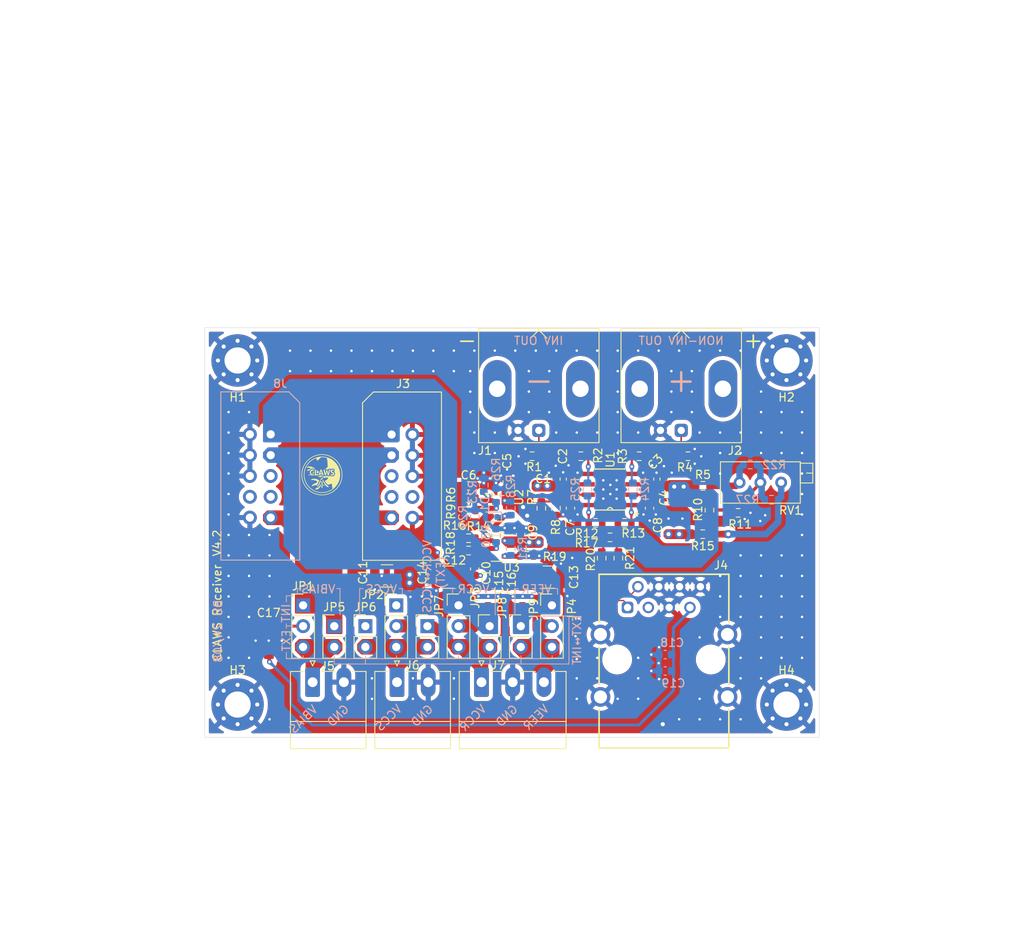
<source format=kicad_pcb>
(kicad_pcb (version 20241229) (generator "pcbnew") (generator_version "9.0")
  (title_block (title "CLAWS Receiver and Power Distribution Board") (date "2024-12-17") (rev "V4.2") (comment 1 "As this is an iteration on previous designs (V3.x), revision number starts at 4.0") (comment 2 "V4.1 addresses the issues discovered when building V4.0 prototypes") (comment 3 "V4.2 reduces number of different components used, fix LDO startup problem"))
  (layers (0 "F.Cu" signal) (4 "In1.Cu" signal) (6 "In2.Cu" signal) (2 "B.Cu" signal) (13 "F.Paste" user) (15 "B.Paste" user) (5 "F.SilkS" user "F.Silkscreen") (7 "B.SilkS" user "B.Silkscreen") (1 "F.Mask" user) (3 "B.Mask" user) (25 "Edge.Cuts" user))
  (net 0 "")
  (net 1 "VCC_REC")
  (net 2 "GND")
  (net 3 "VCM")
  (net 4 "VCLAMP")
  (net 5 "VEE_REC")
  (net 6 "/OUT-")
  (net 7 "/OUT+")
  (net 8 "VCC_SNS")
  (net 9 "VBIAS")
  (net 10 "/VCC_REC_EXT")
  (net 11 "/VEE_REC_EXT")
  (net 12 "/VCC_SNS_EXT")
  (net 13 "/VEE_REC_INT")
  (net 14 "/VCC_SNS_INT")
  (net 15 "/VBIAS_EXT")
  (net 16 "/VBIAS_INT")
  (net 17 "/VCC_REC_INT")
  (net 18 "/VCC_REC_UNF")
  (net 19 "/VEE_REC_UNF")
  (net 20 "/VCC_SNS_UNF")
  (net 21 "/VBIAS_UNF")
  (net 22 "/VCC_REC_UNREG")
  (net 23 "Net-(J1-In)")
  (net 24 "Net-(J2-In)")
  (net 29 "Net-(U1-OUT-)")
  (net 30 "Net-(D1-K)")
  (net 31 "Net-(U1-OUT+)")
  (net 32 "Net-(R12-Pad1)")
  (net 33 "Net-(U1-IN+)")
  (net 34 "Net-(R13-Pad1)")
  (net 35 "Net-(U1-IN-)")
  (net 36 "Net-(U3-NC)")
  (net 37 "/VEE_REC_UNREG")
  (net 38 "Net-(R10-Pad1)")
  (net 39 "Net-(R10-Pad2)")
  (net 40 "Net-(U2-VIN)")
  (net 41 "Net-(U3-VIN)")
  (net 42 "Net-(U2-GND)")
  (net 43 "Net-(U3-GND)")
  (footprint "Capacitor_SMD:C_0603_1608Metric" (layer "F.Cu") (at 123.1886 93.6818 90)
    (property "Reference" "C3")
    (property "Value" "100nF" (hide yes))
  )
  (footprint "Resistor_SMD:R_0603_1608Metric" (layer "F.Cu") (at 116.5846 99.0158 180)
    (property "Reference" "R12")
    (property "Value" "50" (hide yes))
  )
  (footprint "Resistor_SMD:R_0603_1608Metric" (layer "F.Cu") (at 108.8508 90.8878)
    (property "Reference" "R1")
    (property "Value" "50" (hide yes))
  )
  (footprint "Resistor_SMD:R_0603_1608Metric" (layer "F.Cu") (at 101.1 97.5)
    (property "Reference" "R9")
    (property "Value" "0" (hide yes))
  )
  (footprint "CLAWSv4:NFM21PC225B0J3D_MUR" (layer "F.Cu") (at 95.3577 109 90)
    (property "Reference" "C14")
    (property "Value" "NFM21PC474R1C3D" (hide yes))
  )
  (footprint "Capacitor_SMD:C_0603_1608Metric" (layer "F.Cu") (at 113.5366 93.6818 90)
    (property "Reference" "C2")
    (property "Value" "100nF" (hide yes))
  )
  (footprint "Resistor_SMD:R_0603_1608Metric" (layer "F.Cu") (at 101.1 100.9)
    (property "Reference" "R16")
    (property "Value" "0" (hide yes))
  )
  (footprint "CLAWSv4:MRA08B" (layer "F.Cu") (at 118.3626 94.9518 180)
    (property "Reference" "U1")
    (property "Value" "LMH6553MR/NOPB" (hide yes))
  )
  (footprint "Resistor_SMD:R_0603_1608Metric" (layer "F.Cu") (at 129.675 100.4)
    (property "Reference" "R15")
    (property "Value" "0" (hide yes))
  )
  (footprint "Capacitor_SMD:C_0603_1608Metric" (layer "F.Cu") (at 124.9666 93.6818 90)
    (property "Reference" "C4")
    (property "Value" "10uF" (hide yes))
  )
  (footprint "Package_TO_SOT_SMD:TSOT-23-5" (layer "F.Cu") (at 104.65 97.25)
    (property "Reference" "U2")
    (property "Value" "ADP7118AUJZ-5.0-R7" (hide yes))
  )
  (footprint "Capacitor_SMD:C_1210_3225Metric" (layer "F.Cu") (at 110.9 105.65)
    (property "Reference" "C13")
    (property "Value" "47uF" (hide yes))
  )
  (footprint "Resistor_SMD:R_0603_1608Metric" (layer "F.Cu") (at 119.3786 103.3338 90)
    (property "Reference" "R21")
    (property "Value" "0" (hide yes))
  )
  (footprint "Connector_PinHeader_2.54mm:PinHeader_1x03_P2.54mm_Vertical" (layer "F.Cu") (at 80.9 109.09)
    (property "Reference" "JP1")
    (property "Value" "Jumper_3_Open" (hide yes))
  )
  (footprint "CLAWSv4:BNC_Amphenol_031-5431-10RFX_Horizontal" (layer "F.Cu") (at 127.0546 86.6838)
    (property "Reference" "J2")
    (property "Value" "031-5431-10RFX" (hide yes))
  )
  (footprint "Capacitor_SMD:C_0603_1608Metric" (layer "F.Cu") (at 105.8 94.025 90)
    (property "Reference" "C5")
    (property "Value" "10uF" (hide yes))
  )
  (footprint "Capacitor_SMD:C_1210_3225Metric" (layer "F.Cu") (at 91.13 105.5 180)
    (property "Reference" "C11")
    (property "Value" "47uF" (hide yes))
  )
  (footprint "Capacitor_SMD:C_0603_1608Metric" (layer "F.Cu") (at 101.85 104.65 -90)
    (property "Reference" "C10")
    (property "Value" "10uF" (hide yes))
  )
  (footprint "Connector_PinHeader_2.54mm:PinHeader_1x02_P2.54mm_Vertical" (layer "F.Cu") (at 96.07 111.63)
    (property "Reference" "JP7")
    (property "Value" "Jumper_2_Open" (hide yes))
  )
  (footprint "Resistor_SMD:R_0603_1608Metric" (layer "F.Cu") (at 111.7586 97.2378 -90)
    (property "Reference" "R8")
    (property "Value" "390" (hide yes))
  )
  (footprint "CLAWSv4:claws_logo_inner_silkscreen" (layer "F.Cu") (at 83.2 93.15)
    (property "Reference" "G***" (hide yes))
    (property "Value" "LOGO" (hide yes))
  )
  (footprint "Resistor_SMD:R_0603_1608Metric" (layer "F.Cu") (at 114.8066 90.8878)
    (property "Reference" "R2")
    (property "Value" "50" (hide yes))
  )
  (footprint "Resistor_SMD:R_0603_1608Metric" (layer "F.Cu") (at 101.1 102.4)
    (property "Reference" "R18")
    (property "Value" "0" (hide yes))
  )
  (footprint "Resistor_SMD:R_0603_1608Metric" (layer "F.Cu") (at 117.3466 103.3338 -90)
    (property "Reference" "R20")
    (property "Value" "0" (hide yes))
  )
  (footprint "Resistor_SMD:R_0603_1608Metric" (layer "F.Cu") (at 109.9806 97.2378 90)
    (property "Reference" "R7")
    (property "Value" "0" (hide yes))
  )
  (footprint "Resistor_SMD:R_0603_1608Metric" (layer "F.Cu") (at 101.1 96)
    (property "Reference" "R6")
    (property "Value" "0" (hide yes))
  )
  (footprint "Resistor_SMD:R_0603_1608Metric" (layer "F.Cu") (at 105.225 99.7)
    (property "Reference" "R14")
    (property "Value" "1k" (hide yes))
  )
  (footprint "CLAWSv4:BNC_Amphenol_031-5431-10RFX_Horizontal" (layer "F.Cu") (at 109.6706 86.6838)
    (property "Reference" "J1")
    (property "Value" "031-5431-10RFX" (hide yes))
  )
  (footprint "Connector_Phoenix_MC:PhoenixContact_MC_1,5_3-G-3.81_1x03_P3.81mm_Horizontal" (layer "F.Cu") (at 102.67 118.47)
    (property "Reference" "J7")
    (property "Value" "Conn_01x03_Pin" (hide yes))
  )
  (footprint "CLAWSv4:NFM31KC104R2A3_MUR" (layer "F.Cu") (at 76.7227 112.4003 -90)
    (property "Reference" "C17")
    (property "Value" "NFM31KC104R2A3L" (hide yes))
  )
  (footprint "CLAWSv4:61500814221_615008142621_hybrid" (layer "F.Cu") (at 120.501 109.35)
    (property "Reference" "J4")
    (property "Value" "61500814221/615008142621" (hide yes))
  )
  (footprint "Resistor_SMD:R_0603_1608Metric" (layer "F.Cu") (at 121.9186 90.8878 180)
    (property "Reference" "R3")
    (property "Value" "50" (hide yes))
  )
  (footprint "Potentiometer_THT:Potentiometer_Bourns_3296X_Horizontal" (layer "F.Cu") (at 134.175 94.1 180)
    (property "Reference" "RV1")
    (property "Value" "10k" (hide yes))
  )
  (footprint "MountingHole:MountingHole_3.2mm_M3_Pad_Via" (layer "F.Cu") (at 139.9 121.2)
    (property "Reference" "H4")
    (property "Value" "MountingHole_Pad" (hide yes))
  )
  (footprint "Connector_PinHeader_2.54mm:PinHeader_1x03_P2.54mm_Vertical" (layer "F.Cu") (at 111.27 109.09)
    (property "Reference" "JP4")
    (property "Value" "Jumper_3_Open" (hide yes))
  )
  (footprint "CLAWSv4:NFM21PC225B0J3D_MUR" (layer "F.Cu") (at 107.6577 109 90)
    (property "Reference" "C16")
    (property "Value" "NFM21PC474R1C3D" (hide yes))
  )
  (footprint "MountingHole:MountingHole_3.2mm_M3_Pad_Via" (layer "F.Cu") (at 72.9 79.2)
    (property "Reference" "H1")
    (property "Value" "MountingHole_Pad" (hide yes))
  )
  (footprint "CLAWSv4:PinHeader_2x05_P2.54mm_Vertical_Ribbon" (layer "F.Cu") (at 91.7 88.24)
    (property "Reference" "J3")
    (property "Value" "TE 5103308-1" (hide yes))
  )
  (footprint "Resistor_SMD:R_0603_1608Metric" (layer "F.Cu") (at 127.8744 90.8878 180)
    (property "Reference" "R4")
    (property "Value" "50" (hide yes))
  )
  (footprint "Capacitor_SMD:C_0603_1608Metric" (layer "F.Cu") (at 113.5366 97.2378 90)
    (property "Reference" "C7")
    (property "Value" "100nF" (hide yes))
  )
  (footprint "Connector_Phoenix_MC:PhoenixContact_MC_1,5_2-G-3.81_1x02_P3.81mm_Horizontal" (layer "F.Cu") (at 82.06 118.47)
    (property "Reference" "J5")
    (property "Value" "Conn_01x02_Pin" (hide yes))
  )
  (footprint "CLAWSv4:NFM21PC225B0J3D_MUR" (layer "F.Cu") (at 103.4577 109 90)
    (property "Reference" "C15")
    (property "Value" "NFM21PC474R1C3D" (hide yes))
  )
  (footprint "Capacitor_SMD:C_0603_1608Metric" (layer "F.Cu") (at 101.1 94.5)
    (property "Reference" "C6")
    (property "Value" "10uF" (hide yes))
  )
  (footprint "Resistor_SMD:R_0603_1608Metric" (layer "F.Cu") (at 129.7 94.5)
    (property "Reference" "R5")
    (property "Value" "0" (hide yes))
  )
  (footprint "Connector_PinHeader_2.54mm:PinHeader_1x03_P2.54mm_Vertical" (layer "F.Cu") (at 92.27 109.09)
    (property "Reference" "JP2")
    (property "Value" "Jumper_3_Open" (hide yes))
  )
  (footprint "Connector_Phoenix_MC:PhoenixContact_MC_1,5_2-G-3.81_1x02_P3.81mm_Horizontal" (layer "F.Cu") (at 92.36 118.47)
    (property "Reference" "J6")
    (property "Value" "Conn_01x02_Pin" (hide yes))
  )
  (footprint "MountingHole:MountingHole_3.2mm_M3_Pad_Via" (layer "F.Cu") (at 72.9 121.2)
    (property "Reference" "H3")
    (property "Value" "MountingHole_Pad" (hide yes))
  )
  (footprint "Connector_PinHeader_2.54mm:PinHeader_1x02_P2.54mm_Vertical" (layer "F.Cu") (at 88.5 111.63)
    (property "Reference" "JP6")
    (property "Value" "Jumper_2_Open" (hide yes))
  )
  (footprint "Resistor_SMD:R_0603_1608Metric" (layer "F.Cu") (at 120.1406 99.0158)
    (property "Reference" "R13")
    (property "Value" "50" (hide yes))
  )
  (footprint "Capacitor_SMD:C_0603_1608Metric" (layer "F.Cu") (at 111.7586 93.6818 90)
    (property "Reference" "C1")
    (property "Value" "10uF" (hide yes))
  )
  (footprint "Resistor_SMD:R_0603_1608Metric" (layer "F.Cu") (at 130.5 97.475 -90)
    (property "Reference" "R10")
    (property "Value" "0" (hide yes))
  )
  (footprint "Connector_PinHeader_2.54mm:PinHeader_1x02_P2.54mm_Vertical" (layer "F.Cu") (at 107.47 111.63)
    (property "Reference" "JP9")
    (property "Value" "Jumper_2_Open" (hide yes))
  )
  (footprint "Resistor_SMD:R_0603_1608Metric" (layer "F.Cu") (at 118.3626 100.7938 180)
    (property "Reference" "R17")
    (property "Value" "100" (hide yes))
  )
  (footprint "MountingHole:MountingHole_3.2mm_M3_Pad_Via" (layer "F.Cu") (at 139.9 79.2)
    (property "Reference" "H2")
    (property "Value" "MountingHole_Pad" (hide yes))
  )
  (footprint "Package_TO_SOT_SMD:TSOT-23-5" (layer "F.Cu") (at 104.65 102.15)
    (property "Reference" "U3")
    (property "Value" "ADP7182AUJZ-5.0-R7" (hide yes))
  )
  (footprint "Resistor_SMD:R_0603_1608Metric" (layer "F.Cu") (at 108.2 103.05)
    (property "Reference" "R19")
    (property "Value" "1k" (hide yes))
  )
  (footprint "Capacitor_SMD:C_1210_3225Metric" (layer "F.Cu") (at 98.625001 105.65 180)
    (property "Reference" "C12")
    (property "Value" "47uF" (hide yes))
  )
  (footprint "Connector_PinHeader_2.54mm:PinHeader_1x02_P2.54mm_Vertical" (layer "F.Cu") (at 84.7 111.63)
    (property "Reference" "JP5")
    (property "Value" "Jumper_2_Open" (hide yes))
  )
  (footprint "Capacitor_SMD:C_0603_1608Metric" (layer "F.Cu") (at 107.45 100.45 90)
    (property "Reference" "C9")
    (property "Value" "10uF" (hide yes))
  )
  (footprint "Resistor_SMD:R_0603_1608Metric" (layer "F.Cu") (at 134 97.8)
    (property "Reference" "R11")
    (property "Value" "0" (hide yes))
  )
  (footprint "Connector_PinHeader_2.54mm:PinHeader_1x03_P2.54mm_Vertical" (layer "F.Cu") (at 99.87 109.09)
    (property "Reference" "JP3")
    (property "Value" "Jumper_3_Open" (hide yes))
  )
  (footprint "Connector_PinHeader_2.54mm:PinHeader_1x02_P2.54mm_Vertical" (layer "F.Cu") (at 103.67 111.63)
    (property "Reference" "JP8")
    (property "Value" "Jumper_2_Open" (hide yes))
  )
  (footprint "Capacitor_SMD:C_0603_1608Metric" (layer "F.Cu") (at 123.1886 97.2378 90)
    (property "Reference" "C8")
    (property "Value" "100nF" (hide yes))
  )
  (footprint "Capacitor_SMD:C_0603_1608Metric" (layer "B.Cu") (at 125.1 117.1)
    (property "Reference" "C19")
    (property "Value" "100nF" (hide yes))
  )
  (footprint "Resistor_SMD:R_0603_1608Metric" (layer "B.Cu") (at 104.45 100.575 -90)
    (property "Reference" "R30")
    (property "Value" "0" (hide yes))
  )
  (footprint "Resistor_SMD:R_0603_1608Metric" (layer "B.Cu") (at 138.075 96.2 180)
    (property "Reference" "R27")
    (property "Value" "10k" (hide yes))
  )
  (footprint "CLAWSv4:PinHeader_2x05_P2.54mm_Vertical_Ribbon" (layer "B.Cu") (at 76.94 88.22 180)
    (property "Reference" "J8")
    (property "Value" "TE 5103308-1" (hide yes))
  )
  (footprint "Resistor_SMD:R_0603_1608Metric" (layer "B.Cu") (at 121.1566 94.9518 90)
    (property "Reference" "R24")
    (property "Value" "200" (hide yes))
  )
  (footprint "Capacitor_SMD:C_0603_1608Metric" (layer "B.Cu") (at 125.1 115.1)
    (property "Reference" "C18")
    (property "Value" "100nF" (hide yes))
  )
  (footprint "Resistor_SMD:R_0603_1608Metric" (layer "B.Cu") (at 106.25 102.15 -90)
    (property "Reference" "R31")
    (property "Value" "R" (hide yes))
  )
  (footprint "Resistor_SMD:R_0603_1608Metric" (layer "B.Cu") (at 104.45 95.675 -90)
    (property "Reference" "R26")
    (property "Value" "0" (hide yes))
  )
  (footprint "Resistor_SMD:R_0603_1608Metric" (layer "B.Cu") (at 102.95 94.4 -90)
    (property "Reference" "R23")
    (property "Value" "0" (hide yes))
  )
  (footprint "Resistor_SMD:R_0603_1608Metric" (layer "B.Cu") (at 135.475 91.9)
    (property "Reference" "R22")
    (property "Value" "10k" (hide yes))
  )
  (footprint "Resistor_SMD:R_0603_1608Metric" (layer "B.Cu") (at 106.25 97.25 -90)
    (property "Reference" "R28")
    (property "Value" "0" (hide yes))
  )
  (footprint "Resistor_SMD:R_0603_1608Metric" (layer "B.Cu") (at 115.6067 94.9518 90)
    (property "Reference" "R25")
    (property "Value" "200" (hide yes))
  )
  (footprint "Resistor_SMD:R_0603_1608Metric" (layer "B.Cu") (at 101.85 98.3 -90)
    (property "Reference" "R29")
    (property "Value" "0" (hide yes))
  )
  (footprint "Diode_SMD:D_SOD-523" (layer "B.Cu") (at 103.85 98.3 180)
    (property "Reference" "D1")
    (property "Value" "RB531SM-30T2R" (hide yes))
  )
  (gr_line (start 80.9 115.6) (end 78.85 115.6) (stroke (width 0.1)) (layer "B.SilkS"))
  (gr_line (start 113.35 116.25) (end 113.35 110.4) (stroke (width 0.1)) (layer "B.SilkS"))
  (gr_line (start 84.7 116.25) (end 84.7 115.25) (stroke (width 0.1)) (layer "B.SilkS"))
  (gr_line (start 113.35 110.4) (end 108.6 110.4) (stroke (width 0.1)) (layer "B.SilkS"))
  (gr_line (start 103.95 107.05) (end 104.35 107.05) (stroke (width 0.1)) (layer "B.SilkS"))
  (gr_line (start 88.2 107.05) (end 87.8 107.05) (stroke (width 0.1)) (layer "B.SilkS"))
  (gr_line (start 92.3 115.6) (end 92.3 115.25) (stroke (width 0.1)) (layer "B.SilkS"))
  (gr_line (start 80.9 115.6) (end 80.9 115.25) (stroke (width 0.1)) (layer "B.SilkS"))
  (gr_line (start 111.55 107.05) (end 111.95 107.05) (stroke (width 0.1)) (layer "B.SilkS"))
  (gr_line (start 80.6 107.05) (end 80.2 107.05) (stroke (width 0.1)) (layer "B.SilkS"))
  (gr_line (start 99.15 107.05) (end 99.15 107.75) (stroke (width 0.1)) (layer "B.SilkS"))
  (gr_line (start 107.15 107.05) (end 106.75 107.05) (stroke (width 0.1)) (layer "B.SilkS"))
  (gr_line (start 78.85 108.675) (end 78.85 107.925) (stroke (width 0.1)) (layer "B.SilkS"))
  (gr_line (start 85.4 107.05) (end 85.4 110.25) (stroke (width 0.1)) (layer "B.SilkS"))
  (gr_line (start 113.35 116.25) (end 84.7 116.25) (stroke (width 0.1)) (layer "B.SilkS"))
  (gr_line (start 88.5 116.25) (end 88.5 115.25) (stroke (width 0.1)) (layer "B.SilkS"))
  (gr_line (start 99.55 107.05) (end 99.15 107.05) (stroke (width 0.1)) (layer "B.SilkS"))
  (gr_line (start 78.85 111.6) (end 79.7 111.6) (stroke (width 0.1)) (layer "B.SilkS"))
  (gr_line (start 93 107.05) (end 93 107.75) (stroke (width 0.1)) (layer "B.SilkS"))
  (gr_line (start 92.6 107.05) (end 93 107.05) (stroke (width 0.1)) (layer "B.SilkS"))
  (gr_line (start 111.95 107.05) (end 111.95 107.75) (stroke (width 0.1)) (layer "B.SilkS"))
  (gr_line (start 80.2 107.05) (end 80.2 107.75) (stroke (width 0.1)) (layer "B.SilkS"))
  (gr_line (start 85 107.05) (end 85.4 107.05) (stroke (width 0.1)) (layer "B.SilkS"))
  (gr_line (start 111.3 115.6) (end 78.85 115.6) (stroke (width 0.1)) (layer "B.SilkS"))
  (gr_line (start 106.75 107.05) (end 106.75 110.25) (stroke (width 0.1)) (layer "B.SilkS"))
  (gr_line (start 103.7 116.25) (end 103.7 115.25) (stroke (width 0.1)) (layer "B.SilkS"))
  (gr_line (start 78.85 107.925) (end 79.7 107.925) (stroke (width 0.1)) (layer "B.SilkS"))
  (gr_line (start 104.35 107.05) (end 104.35 110.25) (stroke (width 0.1)) (layer "B.SilkS"))
  (gr_line (start 107.5 116.25) (end 107.5 115.25) (stroke (width 0.1)) (layer "B.SilkS"))
  (gr_line (start 99.85 115.6) (end 99.85 115.25) (stroke (width 0.1)) (layer "B.SilkS"))
  (gr_line (start 87.8 107.05) (end 87.8 110.25) (stroke (width 0.1)) (layer "B.SilkS"))
  (gr_line (start 78.85 115.6) (end 78.85 114.85) (stroke (width 0.1)) (layer "B.SilkS"))
  (gr_line (start 78.85 111.875) (end 78.85 111.35) (stroke (width 0.1)) (layer "B.SilkS"))
  (gr_line (start 111.3 115.6) (end 111.3 115.25) (stroke (width 0.1)) (layer "B.SilkS"))
  (gr_rect (start 68.9 75.2) (end 143.9 125.2) (stroke (width 0.05)) (fill no) (layer "Edge.Cuts"))
  (gr_text "CLAWS Receiver" (at 71 116 90) (layer "F.SilkS") (effects (font (size 1 1)) (justify left bottom)))
  (gr_text "+" (at 135.85 76.7 0) (layer "F.SilkS") (effects (font (size 2 2) (thickness 0.2)) (justify mirror)))
  (gr_text "-" (at 100.9 76.7 0) (layer "F.SilkS") (effects (font (size 2 2) (thickness 0.2)) (justify mirror)))
  (gr_text "V4.2" (at 71 103.2 90) (layer "F.SilkS") (effects (font (size 1 1)) (justify left bottom)))
  (gr_text "EXT" (at 79.45 113.4 90) (layer "B.SilkS") (effects (font (size 1 1)) (justify bottom mirror)))
  (gr_text "VCCR" (at 101.7 107.7 0) (layer "B.SilkS") (effects (font (size 1 1)) (justify bottom mirror)))
  (gr_text "+" (at 127.05 81.55 0) (layer "B.SilkS") (effects (font (size 3 3) (thickness 0.3)) (justify mirror)))
  (gr_text "INV OUT" (at 109.65 76.2 0) (layer "B.SilkS") (effects (font (size 1 1)) (justify top mirror)))
  (gr_text "VBIAS" (at 82.75 107.7 0) (layer "B.SilkS") (effects (font (size 1 1)) (justify bottom mirror)))
  (gr_text "VCCR" (at 102.65 121 45) (layer "B.SilkS") (effects (font (size 1 1)) (justify left top mirror)))
  (gr_text "VEER" (at 110.3 121 45) (layer "B.SilkS") (effects (font (size 1 1)) (justify left top mirror)))
  (gr_text "GND" (at 106.5 121 45) (layer "B.SilkS") (effects (font (size 1 1)) (justify left top mirror)))
  (gr_text "BU 24/08" (at 71.1 108.3 90) (layer "B.SilkS") (effects (font (size 1 1)) (justify left bottom mirror)))
  (gr_text "NON-INV OUT" (at 127.05 76.2 0) (layer "B.SilkS") (effects (font (size 1 1)) (justify top mirror)))
  (gr_text "VEER" (at 109.4 107.7 0) (layer "B.SilkS") (effects (font (size 1 1)) (justify bottom mirror)))
  (gr_text "GND" (at 85.9 121 45) (layer "B.SilkS") (effects (font (size 1 1)) (justify left top mirror)))
  (gr_text "INT" (at 79.4 110.05 90) (layer "B.SilkS") (effects (font (size 1 1)) (justify bottom mirror)))
  (gr_text "VCCS" (at 90.45 107.7 0) (layer "B.SilkS") (effects (font (size 1 1)) (justify bottom mirror)))
  (gr_text "VBIAS" (at 82.05 121.05 45) (layer "B.SilkS") (effects (font (size 1 1)) (justify left top mirror)))
  (gr_text "-" (at 109.7 81.55 0) (layer "B.SilkS") (effects (font (size 3 3) (thickness 0.3)) (justify mirror)))
  (gr_text "VCCR↔VCCS" (at 96.05 110.1 90) (layer "B.SilkS") (effects (font (size 1 1)) (justify right mirror)))
  (gr_text "VCCS" (at 92.35 121 45) (layer "B.SilkS") (effects (font (size 1 1)) (justify left top mirror)))
  (gr_text "EXT↔INT" (at 113.75 113.3 90) (layer "B.SilkS") (effects (font (size 1 1)) (justify top mirror)))
  (gr_text "(EXT)" (at 97.7 107.15 90) (layer "B.SilkS") (effects (font (size 1 1)) (justify right mirror)))
  (gr_text "GND" (at 96.15 121 45) (layer "B.SilkS") (effects (font (size 1 1)) (justify left top mirror)))
  (segment (start 123.0486 94.3168) (end 123.1886 94.4568) (width 0.5) (layer "F.Cu") (net 1))
  (segment (start 123.1886 94.4568) (end 124.9666 94.4568) (width 0.5) (layer "F.Cu") (net 1))
  (segment (start 121.0169 94.3168) (end 123.0486 94.3168) (width 0.5) (layer "F.Cu") (net 1))
  (via (at 126.2 94.6) (size 1) (drill 0.5) (layers "F.Cu" "B.Cu") (net 1))
  (via (at 127.35 94.6) (size 1) (drill 0.5) (layers "F.Cu" "B.Cu") (net 1))
  (via (at 105.5 96.3) (size 0.6) (drill 0.3) (layers "F.Cu" "B.Cu") (net 1))
  (via (at 108.25 98.15) (size 1) (drill 0.5) (layers "F.Cu" "B.Cu") (net 1))
  (via (at 107.75 97.1) (size 1) (drill 0.5) (layers "F.Cu" "B.Cu") (net 1))
  (segment (start 106.25 96.425) (end 105.625 96.425) (width 0.6) (layer "B.Cu") (net 1))
  (segment (start 105.625 96.425) (end 105.5 96.3) (width 0.6) (layer "B.Cu") (net 1))
  (segment (start 102.55 105.45) (end 101.875 105.45) (width 0.6) (layer "F.Cu") (net 2))
  (segment (start 112.375 107.375) (end 112.25 107.5) (width 0.5) (layer "F.Cu") (net 2))
  (segment (start 97.3 105.5) (end 96.6 105.5) (width 0.6) (layer "F.Cu") (net 2))
  (segment (start 111.7944 92) (end 111.7386 92.0558) (width 0.6) (layer "F.Cu") (net 2))
  (segment (start 122.4 92.9) (end 123.1818 92.9) (width 0.6) (layer "F.Cu") (net 2))
  (segment (start 101.875 105.45) (end 101.85 105.425) (width 0.6) (layer "F.Cu") (net 2))
  (segment (start 96.6 105.5) (end 95.6 104.5) (width 0.6) (layer "F.Cu") (net 2))
  (segment (start 124.8386 92) (end 124.9386 92.1) (width 0.6) (layer "F.Cu") (net 2))
  (segment (start 112.25 107.5) (end 111.1 107.5) (width 0.5) (layer "F.Cu") (net 2))
  (segment (start 113.3 92) (end 111.7944 92) (width 0.6) (layer "F.Cu") (net 2))
  (segment (start 112.375 105.65) (end 112.375 107.375) (width 0.5) (layer "F.Cu") (net 2))
  (segment (start 113.5366 92.2366) (end 113.3 92) (width 0.6) (layer "F.Cu") (net 2))
  (segment (start 123.1818 92.9) (end 123.1886 92.9068) (width 0.6) (layer "F.Cu") (net 2))
  (segment (start 123.1886 92.3114) (end 123.5 92) (width 0.6) (layer "F.Cu") (net 2))
  (segment (start 123.1886 92.9068) (end 123.1886 92.3114) (width 0.6) (layer "F.Cu") (net 2))
  (segment (start 113.5366 92.9068) (end 113.5366 92.2366) (width 0.6) (layer "F.Cu") (net 2))
  (segment (start 123.5 92) (end 124.8386 92) (width 0.6) (layer "F.Cu") (net 2))
  (segment (start 114.3932 92.9068) (end 114.4 92.9) (width 0.25) (layer "F.Cu") (net 2))
  (segment (start 113.5366 92.9068) (end 114.3932 92.9068) (width 0.25) (layer "F.Cu") (net 2))
  (via (at 78.3 113.4) (size 0.6) (drill 0.3) (layers "F.Cu" "B.Cu") (net 2))
  (via (at 123.95 98) (size 0.6) (drill 0.3) (layers "F.Cu" "B.Cu") (net 2))
  (via (at 139.3 90.5) (size 0.6) (drill 0.3) (layers "F.Cu" "B.Cu") (net 2))
  (via (at 84.3 80.5) (size 0.6) (drill 0.3) (layers "F.Cu" "B.Cu") (net 2))
  (via (at 141.8 105.5) (size 0.6) (drill 0.3) (layers "F.Cu" "B.Cu") (net 2))
  (via (at 123.5 92) (size 0.6) (drill 0.3) (layers "F.Cu" "B.Cu") (net 2))
  (via (at 134.3 90.5) (size 0.6) (drill 0.3) (layers "F.Cu" "B.Cu") (net 2))
  (via (at 101.8 88) (size 0.6) (drill 0.3) (layers "F.Cu" "B.Cu") (net 2))
  (via (at 86.8 78) (size 0.6) (drill 0.3) (layers "F.Cu" "B.Cu") (net 2))
  (via (at 111.8 78) (size 0.6) (drill 0.3) (layers "F.Cu" "B.Cu") (net 2))
  (via (at 125.9 92.9) (size 0.6) (drill 0.3) (layers "F.Cu" "B.Cu") (net 2))
  (via (at 137.3 98.1) (size 0.6) (drill 0.3) (layers "F.Cu" "B.Cu") (net 2))
  (via (at 113.15 107.95) (size 0.6) (drill 0.3) (layers "F.Cu" "B.Cu") (net 2))
  (via (at 114.3 120.5) (size 0.6) (drill 0.3) (layers "F.Cu" "B.Cu") (net 2))
  (via (at 124.8 123.6) (size 1) (drill 0.5) (layers "F.Cu" "B.Cu") (net 2))
  (via (at 104.3 90.5) (size 0.6) (drill 0.3) (layers "F.Cu" "B.Cu") (net 2))
  (via (at 111.2 103.3) (size 0.6) (drill 0.3) (layers "F.Cu" "B.Cu") (net 2))
  (via (at 139.3 108) (size 0.6) (drill 0.3) (layers "F.Cu" "B.Cu") (net 2))
  (via (at 141.8 100.5) (size 0.6) (drill 0.3) (layers "F.Cu" "B.Cu") (net 2))
  (via (at 113.75 103.3) (size 0.6) (drill 0.3) (layers "F.Cu" "B.Cu") (net 2))
  (via (at 118.4 95.5072) (size 0.6) (drill 0.3) (layers "F.Cu" "B.Cu") (net 2))
  (via (at 74.3 85.5) (size 0.6) (drill 0.3) (layers "F.Cu" "B.Cu") (net 2))
  (via (at 71.8 100.5) (size 0.6) (drill 0.3) (layers "F.Cu" "B.Cu") (net 2))
  (via (at 89.3 78) (size 0.6) (drill 0.3) (layers "F.Cu" "B.Cu") (net 2))
  (via (at 141.8 88) (size 0.6) (drill 0.3) (layers "F.Cu" "B.Cu") (net 2))
  (via (at 104.3 88) (size 0.6) (drill 0.3) (layers "F.Cu" "B.Cu") (net 2))
  (via (at 119.3 85.5) (size 0.6) (drill 0.3) (layers "F.Cu" "B.Cu") (net 2))
  (via (at 110.95 85.5) (size 0.6) (drill 0.3) (layers "F.Cu" "B.Cu") (net 2))
  (via (at 74.3 110.5) (size 0.6) (drill 0.3) (layers "F.Cu" "B.Cu") (net 2))
  (via (at 71.8 85.5) (size 0.6) (drill 0.3) (layers "F.Cu" "B.Cu") (net 2))
  (via (at 86.8 80.5) (size 0.6) (drill 0.3) (layers "F.Cu" "B.Cu") (net 2))
  (via (at 76.8 105.5) (size 0.6) (drill 0.3) (layers "F.Cu" "B.Cu") (net 2))
  (via (at 119.1688 96.066) (size 0.6) (drill 0.3) (layers "F.Cu" "B.Cu") (net 2))
  (via (at 141.8 95.5) (size 0.6) (drill 0.3) (layers "F.Cu" "B.Cu") (net 2))
  (via (at 131.8 93) (size 0.6) (drill 0.3) (layers "F.Cu" "B.Cu") (net 2))
  (via (at 71.8 105.5) (size 0.6) (drill 0.3) (layers "F.Cu" "B.Cu") (net 2))
  (via (at 89.3 120.5) (size 0.6) (drill 0.3) (layers "F.Cu" "B.Cu") (net 2))
  (via (at 99.3 80.5) (size 0.6) (drill 0.3) (layers "F.Cu" "B.Cu") (net 2))
  (via (at 97.15 107.3) (size 0.6) (drill 0.3) (layers "F.Cu" "B.Cu") (net 2))
  (via (at 119.3 80.5) (size 0.6) (drill 0.3) (layers "F.Cu" "B.Cu") (net 2))
  (via (at 107.2 90.9) (size 0.6) (drill 0.3) (layers "F.Cu" "B.Cu") (net 2))
  (via (at 101.8 78) (size 0.6) (drill 0.3) (layers "F.Cu" "B.Cu") (net 2))
  (via (at 119.3 88) (size 0.6) (drill 0.3) (layers "F.Cu" "B.Cu") (net 2))
  (via (at 119.3 83) (size 0.6) (drill 0.3) (layers "F.Cu" "B.Cu") (net 2))
  (via (at 136.8 108) (size 0.6) (drill 0.3) (layers "F.Cu" "B.Cu") (net 2))
  (via (at 101.1 96.7) (size 0.6) (drill 0.3) (layers "F.Cu" "B.Cu") (net 2))
  (via (at 129.3 123) (size 0.6) (drill 0.3) (layers "F.Cu" "B.Cu") (net 2))
  (via (at 119.3 120.5) (size 0.6) (drill 0.3) (layers "F.Cu" "B.Cu") (net 2))
  (via (at 136.8 113) (size 0.6) (drill 0.3) (layers "F.Cu" "B.Cu") (net 2))
  (via (at 139.3 113) (size 0.6) (drill 0.3) (layers "F.Cu" "B.Cu") (net 2))
  (via (at 109.3 78) (size 0.6) (drill 0.3) (layers "F.Cu" "B.Cu") (net 2))
  (via (at 139.3 103) (size 0.6) (drill 0.3) (layers "F.Cu" "B.Cu") (net 2))
  (via (at 89.3 80.5) (size 0.6) (drill 0.3) (layers "F.Cu" "B.Cu") (net 2))
  (via (at 129.3 88) (size 0.6) (drill 0.3) (layers "F.Cu" "B.Cu") (net 2))
  (via (at 108.45 103.05) (size 0.6) (drill 0.3) (layers "F.Cu" "B.Cu") (net 2))
  (via (at 119.1688 93.8308) (size 0.6) (drill 0.3) (layers "F.Cu" "B.Cu") (net 2))
  (via (at 124.35 118.1) (size 0.6) (drill 0.3) (layers "F.Cu" "B.Cu") (net 2))
  (via (at 141.8 108) (size 0.6) (drill 0.3) (layers "F.Cu" "B.Cu") (net 2))
  (via (at 136.7 98.8) (size 0.6) (drill 0.3) (layers "F.Cu" "B.Cu") (net 2))
  (via (at 71.8 113) (size 0.6) (drill 0.3) (layers "F.Cu" "B.Cu") (net 2))
  (via (at 74.3 103) (size 0.6) (drill 0.3) (layers "F.Cu" "B.Cu") (net 2))
  (via (at 108.45 83) (size 0.6) (drill 0.3) (layers "F.Cu" "B.Cu") (net 2))
  (via (at 90.5 105.5) (size 0.6) (drill 0.3) (layers "F.Cu" "B.Cu") (net 2))
  (via (at 71.8 90.5) (size 0.6) (drill 0.3) (layers "F.Cu" "B.Cu") (net 2))
  (via (at 121.8 118) (size 0.6) (drill 0.3) (layers "F.Cu" "B.Cu") (net 2))
  (via (at 136.8 90.5) (size 0.6) (drill 0.3) (layers "F.Cu" "B.Cu") (net 2))
  (via (at 76.8 123) (size 0.6) (drill 0.3) (layers "F.Cu" "B.Cu") (net 2))
  (via (at 103.5 108.0003) (size 0.6) (drill 0.3) (layers "F.Cu" "B.Cu") (net 2))
  (via (at 96.8 78) (size 0.6) (drill 0.3) (layers "F.Cu" "B.Cu") (net 2))
  (via (at 105.05 93.25) (size 0.6) (drill 0.3) (layers "F.Cu" "B.Cu") (net 2))
  (via (at 124.9386 92.1) (size 0.6) (drill 0.3) (layers "F.Cu" "B.Cu") (net 2))
  (via (at 128.35 83) (size 0.6) (drill 0.3) (layers "F.Cu" "B.Cu") (net 2))
  (via (at 76.8 100.5) (size 0.6) (drill 0.3) (layers "F.Cu" "B.Cu") (net 2))
  (via (at 134.3 123) (size 0.6) (drill 0.3) (layers "F.Cu" "B.Cu") (net 2))
  (via (at 81.8 78) (size 0.6) (drill 0.3) (layers "F.Cu" "B.Cu") (net 2))
  (via (at 114.3 78) (size 0.6) (drill 0.3) (layers "F.Cu" "B.Cu") (net 2))
  (via (at 134.3 115.5) (size 0.6) (drill 0.3) (layers "F.Cu" "B.Cu") (net 2))
  (via (at 89.65 107.15) (size 0.6) (drill 0.3) (layers "F.Cu" "B.Cu") (net 2))
  (via (at 125.5 98.5) (size 0.6) (drill 0.3) (layers "F.Cu" "B.Cu") (net 2))
  (via (at 139.3 85.5) (size 0.6) (drill 0.3) (layers "F.Cu" "B.Cu") (net 2))
  (via (at 104.3 78) (size 0.6) (drill 0.3) (layers "F.Cu" "B.Cu") (net 2))
  (via (at 71.8 95.5) (size 0.6) (drill 0.3) (layers "F.Cu" "B.Cu") (net 2))
  (via (at 141.8 115.5) (size 0.6) (drill 0.3) (layers "F.Cu" "B.Cu") (net 2))
  (via (at 76.8 103) (size 0.6) (drill 0.3) (layers "F.Cu" "B.Cu") (net 2))
  (via (at 109.725 103.05) (size 0.6) (drill 0.3) (layers "F.Cu" "B.Cu") (net 2))
  (via (at 141.8 103) (size 0.6) (drill 0.3) (layers "F.Cu" "B.Cu") (net 2))
  (via (at 94.3 118) (size 0.6) (drill 0.3) (layers "F.Cu" "B.Cu") (net 2))
  (via (at 95.4 108.0003) (size 0.6) (drill 0.3) (layers "F.Cu" "B.Cu") (net 2))
  (via (at 136.8 105.5) (size 0.6) (drill 0.3) (layers "F.Cu" "B.Cu") (net 2))
  (via (at 114.15 112.85) (size 0.6) (drill 0.3) (layers "F.Cu" "B.Cu") (net 2))
  (via (at 106.7 99.65) (size 0.6) (drill 0.3) (layers "F.Cu" "B.Cu") (net 2))
  (via (at 96.6 108.0003) (size 0.6) (drill 0.3) (layers "F.Cu" "B.Cu") (net 2))
  (via (at 131.8 78) (size 0.6) (drill 0.3) (layers "F.Cu" "B.Cu") (net 2))
  (via (at 74.3 115.5) (size 0.6) (drill 0.3) (layers "F.Cu" "B.Cu") (net 2))
  (via (at 105.5 99.65) (size 0.6) (drill 0.3) (layers "F.Cu" "B.Cu") (net 2))
  (via (at 121.8 120.5) (size 0.6) (drill 0.3) (layers "F.Cu" "B.Cu") (net 2))
  (via (at 101.8 90.5) (size 0.6) (drill 0.3) (layers "F.Cu" "B.Cu") (net 2))
  (via (at 91.8 78) (size 0.6) (drill 0.3) (layers "F.Cu" "B.Cu") (net 2))
  (via (at 136.8 115.5) (size 0.6) (drill 0.3) (layers "F.Cu" "B.Cu") (net 2))
  (via (at 124.35 114.2) (size 0.6) (drill 0.3) (layers "F.Cu" "B.Cu") (net 2))
  (via (at 79.3 78) (size 0.6) (drill 0.3) (layers "F.Cu" "B.Cu") (net 2))
  (via (at 123.2 98.75) (size 0.6) (drill 0.3) (layers "F.Cu" "B.Cu") (net 2))
  (via (at 71.8 98) (size 0.6) (drill 0.3) (layers "F.Cu" "B.Cu") (net 2))
  (via (at 131.8 105.5) (size 0.6) (drill 0.3) (layers "F.Cu" "B.Cu") (net 2))
  (via (at 128.35 85.5) (size 0.6) (drill 0.3) (layers "F.Cu" "B.Cu") (net 2))
  (via (at 141.8 110.5) (size 0.6) (drill 0.3) (layers "F.Cu" "B.Cu") (net 2))
  (via (at 113.3 92) (size 0.6) (drill 0.3) (layers "F.Cu" "B.Cu") (net 2))
  (via (at 119.3 78) (size 0.6) (drill 0.3) (layers "F.Cu" "B.Cu") (net 2))
  (via (at 134.3 88) (size 0.6) (drill 0.3) (layers "F.Cu" "B.Cu") (net 2))
  (via (at 104.45 94.15) (size 0.6) (drill 0.3) (layers "F.Cu" "B.Cu") (net 2))
  (via (at 71.8 115.5) (size 0.6) (drill 0.3) (layers "F.Cu" "B.Cu") (net 2))
  (via (at 114.3 88) (size 0.6) (drill 0.3) (layers "F.Cu" "B.Cu") (net 2))
  (via (at 131.8 110.5) (size 0.6) (drill 0.3) (layers "F.Cu" "B.Cu") (net 2))
  (via (at 116.8 118) (size 0.6) (drill 0.3) (layers "F.Cu" "B.Cu") (net 2))
  (via (at 129.3 120.5) (size 0.6) (drill 0.3) (layers "F.Cu" "B.Cu") (net 2))
  (via (at 135.5 97.8) (size 0.6) (drill 0.3) (layers "F.Cu" "B.Cu") (net 2))
  (via (at 99.3 78) (size 0.6) (drill 0.3) (layers "F.Cu" "B.Cu") (net 2))
  (via (at 129.5 90.9) (size 0.6) (drill 0.3) (layers "F.Cu" "B.Cu") (net 2))
  (via (at 122.4 92.9) (size 0.6) (drill 0.3) (layers "F.Cu" "B.Cu") (net 2))
  (via (at 102.55 105.45) (size 0.6) (drill 0.3) (layers "F.Cu" "B.Cu") (net 2))
  (via (at 114.3 115.65) (size 0.6) (drill 0.3) (layers "F.Cu" "B.Cu") (net 2))
  (via (at 139.3 115.5) (size 0.6) (drill 0.3) (layers "F.Cu" "B.Cu") (net 2))
  (via (at 128.7 90) (size 0.6) (drill 0.3) (layers "F.Cu" "B.Cu") (net 2))
  (via (at 94 108.05) (size 0.6) (drill 0.3) (layers "F.Cu" "B.Cu") (net 2))
  (via (at 113.5386 98.75) (size 0.6) (drill 0.3) (layers "F.Cu" "B.Cu") (net 2))
  (via (at 131.8 108) (size 0.6) (drill 0.3) (layers "F.Cu" "B.Cu") (net 2))
  (via (at 136.8 118) (size 0.6) (drill 0.3) (layers "F.Cu" "B.Cu") (net 2))
  (via (at 106.55 93.25) (size 0.6) (drill 0.3) (layers "F.Cu" "B.Cu") (net 2))
  (via (at 114.4 92.9) (size 0.6) (drill 0.3) (layers "F.Cu" "B.Cu") (net 2))
  (via (at 71.8 108) (size 0.6) (drill 0.3) (layers "F.Cu" "B.Cu") (net 2))
  (via (at 88.4 105.5) (size 0.6) (drill 0.3) (layers "F.Cu" "B.Cu") (net 2))
  (via (at 104.7 108.0003) (size 0.6) (drill 0.3) (layers "F.Cu" "B.Cu") (net 2))
  (via (at 112.6386 92.8558) (size 0.6) (drill 0.3) (layers "F.Cu" "B.Cu") (net 2))
  (via (at 102.2 93.6) (size 0.6) (drill 0.3) (layers "F.Cu" "B.Cu") (net 2))
  (via (at 125.85 83) (size 0.6) (drill 0.3) (layers "F.Cu" "B.Cu") (net 2))
  (via (at 136.8 85.5) (size 0.6) (drill 0.3) (layers "F.Cu" "B.Cu") (net 2))
  (via (at 74.3 105.5) (size 0.6) (drill 0.3) (layers "F.Cu" "B.Cu") (net 2))
  (via (at 108.0386 91.8) (size 0.6) (drill 0.3) (layers "F.Cu" "B.Cu") (net 2))
  (via (at 117.5432 96.066) (size 0.6) (drill 0.3) (layers "F.Cu" "B.Cu") (net 2))
  (via (at 134.3 105.5) (size 0.6) (drill 0.3) (layers "F.Cu" "B.Cu") (net 2))
  (via (at 99.3 120.5) (size 0.6) (drill 0.3) (layers "F.Cu" "B.Cu") (net 2))
  (via (at 136.8 103) (size 0.6) (drill 0.3) (layers "F.Cu" "B.Cu") (net 2))
  (via (at 76.8 108) (size 0.6) (drill 0.3) (layers "F.Cu" "B.Cu") (net 2))
  (via (at 118.4 94.3896) (size 0.6) (drill 0.3) (layers "F.Cu" "B.Cu") (net 2))
  (via (at 114.4 98) (size 0.6) (drill 0.3) (layers "F.Cu" "B.Cu") (net 2))
  (via (at 126.8 78) (size 0.6) (drill 0.3) (layers "F.Cu" "B.Cu") (net 2))
  (via (at 121.8 78) (size 0.6) (drill 0.3) (layers "F.Cu" "B.Cu") (net 2))
  (via (at 134.3 108) (size 0.6) (drill 0.3) (layers "F.Cu" "B.Cu") (net 2))
  (via (at 102.95 92.9) (size 0.6) (drill 0.3) (layers "F.Cu" "B.Cu") (net 2))
  (via (at 131.8 90.5) (size 0.6) (drill 0.3) (layers "F.Cu" "B.Cu") (net 2))
  (via (at 139.3 110.5) (size 0.6) (drill 0.3) (layers "F.Cu" "B.Cu") (net 2))
  (via (at 114.55 110.7) (size 0.6) (drill 0.3) (layers "F.Cu" "B.Cu") (net 2))
  (via (at 114.3 118) (size 0.6) (drill 0.3) (layers "F.Cu" "B.Cu") (net 2))
  (via (at 99.3 118) (size 0.6) (drill 0.3) (layers "F.Cu" "B.Cu") (net 2))
  (via (at 101.3 85.5) (size 0.6) (drill 0.3) (layers "F.Cu" "B.Cu") (net 2))
  (via (at 141.8 93) (size 0.6) (drill 0.3) (layers "F.Cu" "B.Cu") (net 2))
  (via (at 71.8 110.5) (size 0.6) (drill 0.3) (layers "F.Cu" "B.Cu") (net 2))
  (via (at 131.8 88) (size 0.6) (drill 0.3) (layers "F.Cu" "B.Cu") (net 2))
  (via (at 96.8 80.5) (size 0.6) (drill 0.3) (layers "F.Cu" "B.Cu") (net 2))
  (via (at 79.3 80.5) (size 0.6) (drill 0.3) (layers "F.Cu" "B.Cu") (net 2))
  (via (at 108.0386 90) (size 0.6) (drill 0.3) (layers "F.Cu" "B.Cu") (net 2))
  (via (at 134.8 98.55) (size 0.6) (drill 0.3) (layers "F.Cu" "B.Cu") (net 2))
  (via (at 128.7 91.8) (size 0.6) (drill 0.3) (layers "F.Cu" "B.Cu") (net 2))
  (via (at 106.5 108.0003) (size 0.6) (drill 0.3) (layers "F.Cu" "B.Cu") (net 2))
  (via (at 105.8 92.5) (size 0.6) (drill 0.3) (layers "F.Cu" "B.Cu") (net 2))
  (via (at 75.1 113.4) (size 0.6) (drill 0.3) (layers "F.Cu" "B.Cu") (net 2))
  (via (at 94.3 80.5) (size 0.6) (drill 0.3) (layers "F.Cu" "B.Cu") (net 2))
  (via (at 134.3 78) (size 0.6) (drill 0.3) (layers "F.Cu" "B.Cu") (net 2))
  (via (at 141.8 113) (size 0.6) (drill 0.3) (layers "F.Cu" "B.Cu") (net 2))
  (via (at 131.8 123) (size 0.6) (drill 0.3) (layers "F.Cu" "B.Cu") (net 2))
  (via (at 129.3 113) (size 0.6) (drill 0.3) (layers "F.Cu" "B.Cu") (net 2))
  (via (at 107.7 108.0003) (size 0.6) (drill 0.3) (layers "F.Cu" "B.Cu") (net 2))
  (via (at 127.2 98.5) (size 0.6) (drill 0.3) (layers "F.Cu" "B.Cu") (net 2))
  (via (at 141.8 90.5) (size 0.6) (drill 0.3) (layers "F.Cu" "B.Cu") (net 2))
  (via (at 112.6386 98) (size 0.6) (drill 0.3) (layers "F.Cu" "B.Cu") (net 2))
  (via (at 141.8 98) (size 0.6) (drill 0.3) (layers "F.Cu" "B.Cu") (net 2))
  (via (at 136.8 83) (size 0.6) (drill 0.3) (layers "F.Cu" "B.Cu") (net 2))
  (via (at 119.1688 94.9484) (size 0.6) (drill 0.3) (layers "F.Cu" "B.Cu") (net 2))
  (via (at 101.3 80.5) (size 0.6) (drill 0.3) (layers "F.Cu" "B.Cu") (net 2))
  (via (at 116.8 78) (size 0.6) (drill 0.3) (layers "F.Cu" "B.Cu") (net 2))
  (via (at 102.3 108.0003) (size 0.6) (drill 0.3) (layers "F.Cu" "B.Cu") (net 2))
  (via (at 108.8 108.0003) (size 0.6) (drill 0.3) (layers "F.Cu" "B.Cu") (net 2))
  (via (at 125.85 80.5) (size 0.6) (drill 0.3) (layers "F.Cu" "B.Cu") (net 2))
  (via (at 121.8 88) (size 0.6) (drill 0.3) (layers "F.Cu" "B.Cu") (net 2))
  (via (at 108.45 85.5) (size 0.6) (drill 0.3) (layers "F.Cu" "B.Cu") (net 2))
  (via (at 89.3 118) (size 0.6) (drill 0.3) (layers "F.Cu" "B.Cu") (net 2))
  (via (at 94.3 78) (size 0.6) (drill 0.3) (layers "F.Cu" "B.Cu") (net 2))
  (via (at 76.7 113.4) (size 0.6) (drill 0.3) (layers "F.Cu" "B.Cu") (net 2))
  (via (at 124.3 78) (size 0.6) (drill 0.3) (layers "F.Cu" "B.Cu") (net 2))
  (via (at 126.8 123) (size 0.6) (drill 0.3) (layers "F.Cu" "B.Cu") (net 2))
  (via (at 136.8 88) (size 0.6) (drill 0.3) (layers "F.Cu" "B.Cu") (net 2))
  (via (at 134.3 118) (size 0.6) (drill 0.3) (layers "F.Cu" "B.Cu") (net 2))
  (via (at 101.3 83) (size 0.6) (drill 0.3) (layers "F.Cu" "B.Cu") (net 2))
  (via (at 81.8 80.5) (size 0.6) (drill 0.3) (layers "F.Cu" "B.Cu") (net 2))
  (via (at 97.3 102.65) (size 0.6) (drill 0.3) (layers "F.Cu" "B.Cu") (net 2))
  (via (at 84.3 78) (size 0.6) (drill 0.3) (layers "F.Cu" "B.Cu") (net 2))
  (via (at 117.5432 93.8308) (size 0.6) (drill 0.3) (layers "F.Cu" "B.Cu") (net 2))
  (via (at 110.95 80.5) (size 0.6) (drill 0.3) (layers "F.Cu" "B.Cu") (net 2))
  (via (at 141.8 85.5) (size 0.6) (drill 0.3) (layers "F.Cu" "B.Cu") (net 2))
  (via (at 110.9 92.9) (size 0.6) (drill 0.3) (layers "F.Cu" "B.Cu") (net 2))
  (via (at 119.3 90.5) (size 0.6) (drill 0.3) (layers "F.Cu" "B.Cu") (net 2))
  (via (at 124.0386 92.9) (size 0.6) (drill 0.3) (layers "F.Cu" "B.Cu") (net 2))
  (via (at 91.8 80.5) (size 0.6) (drill 0.3) (layers "F.Cu" "B.Cu") (net 2))
  (via (at 71.8 103) (size 0.6) (drill 0.3) (layers "F.Cu" "B.Cu") (net 2))
  (via (at 122.45 98) (size 0.6) (drill 0.3) (layers "F.Cu" "B.Cu") (net 2))
  (via (at 123.4 117.1) (size 0.6) (drill 0.3) (layers "F.Cu" "B.Cu") (net 2))
  (via (at 134.3 110.5) (size 0.6) (drill 0.3) (layers "F.Cu" "B.Cu") (net 2))
  (via (at 71.8 93) (size 0.6) (drill 0.3) (layers "F.Cu" "B.Cu") (net 2))
  (via (at 117.5432 94.9484) (size 0.6) (drill 0.3) (layers "F.Cu" "B.Cu") (net 2))
  (via (at 136.8 110.5) (size 0.6) (drill 0.3) (layers "F.Cu" "B.Cu") (net 2))
  (via (at 106.8 78) (size 0.6) (drill 0.3) (layers "F.Cu" "B.Cu") (net 2))
  (via (at 116.8 115.5) (size 0.6) (drill 0.3) (layers "F.Cu" "B.Cu") (net 2))
  (via (at 121.8 115.5) (size 0.6) (drill 0.3) (layers "F.Cu" "B.Cu") (net 2))
  (via (at 108.45 80.5) (size 0.6) (drill 0.3) (layers "F.Cu" "B.Cu") (net 2))
  (via (at 110.95 83) (size 0.6) (drill 0.3) (layers "F.Cu" "B.Cu") (net 2))
  (via (at 134.3 103) (size 0.6) (drill 0.3) (layers "F.Cu" "B.Cu") (net 2))
  (via (at 116.8 88) (size 0.6) (drill 0.3) (layers "F.Cu" "B.Cu") (net 2))
  (via (at 128.35 80.5) (size 0.6) (drill 0.3) (layers "F.Cu" "B.Cu") (net 2))
  (via (at 111.7386 92.0558) (size 0.6) (drill 0.3) (layers "F.Cu" "B.Cu") (net 2))
  (via (at 103.7 93.6) (size 0.6) (drill 0.3) (layers "F.Cu" "B.Cu") (net 2))
  (via (at 112.375 104) (size 0.6) (drill 0.3) (layers "F.Cu" "B.Cu") (net 2))
  (via (at 71.8 88) (size 0.6) (drill 0.3) (layers "F.Cu" "B.Cu") (net 2))
  (via (at 108.12 99.65) (size 0.6) (drill 0.3) (layers "F.Cu" "B.Cu") (net 2))
  (via (at 129.3 78) (size 0.6) (drill 0.3) (layers "F.Cu" "B.Cu") (net 2))
  (via (at 123.4 115.1) (size 0.6) (drill 0.3) (layers "F.Cu" "B.Cu") (net 2))
  (via (at 125.85 85.5) (size 0.6) (drill 0.3) (layers "F.Cu" "B.Cu") (net 2))
  (via (at 74.3 108) (size 0.6) (drill 0.3) (layers "F.Cu" "B.Cu") (net 2))
  (via (at 111.8 88) (size 0.6) (drill 0.3) (layers "F.Cu" "B.Cu") (net 2))
  (via (at 139.3 105.5) (size 0.6) (drill 0.3) (layers "F.Cu" "B.Cu") (net 2))
  (via (at 124.3 116.15) (size 0.6) (drill 0.3) (layers "F.Cu" "B.Cu") (net 2))
  (via (at 74.3 100.5) (size 0.6) (drill 0.3) (layers "F.Cu" "B.Cu") (net 2))
  (via (at 102.95 94.16) (size 0.6) (drill 0.3) (layers "F.Cu" "B.Cu") (net 2))
  (via (at 139.3 88) (size 0.6) (drill 0.3) (layers "F.Cu" "B.Cu") (net 2))
  (via (at 94.3 120.5) (size 0.6) (drill 0.3) (layers "F.Cu" "B.Cu") (net 2))
  (segment (start 101.85 97.475) (end 102.725 97.475) (width 0.5) (layer "B.Cu") (net 2))
  (segment (start 103.15 98.3) (end 103.15 98.7) (width 0.5) (layer "B.Cu") (net 2))
  (segment (start 103.15 97.9) (end 103.15 98.3) (width 0.5) (layer "B.Cu") (net 2))
  (segment (start 95.4 108.0003) (end 94.2 108.0003) (width 0.6) (layer "B.Cu") (net 2))
  (segment (start 107.7 108.0003) (end 108.8 108.0003) (width 0.6) (layer "B.Cu") (net 2))
  (segment (start 102.725 97.475) (end 103.15 97.9) (width 0.5) (layer "B.Cu") (net 2))
  (segment (start 103.15 98.7) (end 104.2 99.75) (width 0.5) (layer "B.Cu") (net 2))
  (segment (start 103.5 108.0003) (end 104.7 108.0003) (width 0.6) (layer "B.Cu") (net 2))
  (segment (start 104.7 108.0003) (end 106.5 108.0003) (width 0.6) (layer "B.Cu") (net 2))
  (segment (start 96.6 108.0003) (end 95.4 108.0003) (width 0.6) (layer "B.Cu") (net 2))
  (segment (start 97.15 107.4503) (end 96.6 108.0003) (width 0.6) (layer "B.Cu") (net 2))
  (segment (start 106.5 108.0003) (end 107.7 108.0003) (width 0.6) (layer "B.Cu") (net 2))
  (segment (start 104.2 99.75) (end 104.45 99.75) (width 0.5) (layer "B.Cu") (net 2))
  (segment (start 102.3 108.0003) (end 103.5 108.0003) (width 0.6) (layer "B.Cu") (net 2))
  (segment (start 97.15 107.3) (end 97.15 107.4503) (width 0.6) (layer "B.Cu") (net 2))
  (segment (start 122.9216 96.4628) (end 122.0456 95.5868) (width 0.25) (layer "F.Cu") (net 3))
  (segment (start 123.4514 96.2) (end 127.9 96.2) (width 0.4) (layer "F.Cu") (net 3))
  (segment (start 129.15 97.45) (end 133.45 97.45) (width 0.4) (layer "F.Cu") (net 3))
  (segment (start 133.45 97.45) (end 136.715 94.185) (width 0.4) (layer "F.Cu") (net 3))
  (segment (start 123.1886 96.4628) (end 123.4514 96.2) (width 0.4) (layer "F.Cu") (net 3))
  (segment (start 122.0456 95.5868) (end 121.0169 95.5868) (width 0.25) (layer "F.Cu") (net 3))
  (segment (start 136.715 94.185) (end 136.715 94.1) (width 0.4) (layer "F.Cu") (net 3))
  (segment (start 127.9 96.2) (end 129.15 97.45) (width 0.4) (layer "F.Cu") (net 3))
  (segment (start 136.375 94.1) (end 136.715 94.1) (width 0.4) (layer "F.Cu") (net 3))
  (segment (start 123.1886 96.4628) (end 122.9216 96.4628) (width 0.25) (layer "F.Cu") (net 3))
  (segment (start 136.875 95.825) (end 136.875 94.26) (width 0.8) (layer "B.Cu") (net 3))
  (segment (start 136.715 92.315) (end 136.3 91.9) (width 0.8) (layer "B.Cu") (net 3))
  (segment (start 136.875 94.26) (end 136.715 94.1) (width 0.8) (layer "B.Cu") (net 3))
  (segment (start 136.715 94.1) (end 136.715 92.315) (width 0.8) (layer "B.Cu") (net 3))
  (segment (start 137.25 96.2) (end 136.875 95.825) (width 0.8) (layer "B.Cu") (net 3))
  (segment (start 114.4126 95.5868) (end 115.7083 95.5868) (width 0.25) (layer "F.Cu") (net 4))
  (segment (start 111.7586 96.4128) (end 113.4866 96.4128) (width 0.25) (layer "F.Cu") (net 4))
  (segment (start 109.9806 96.4128) (end 111.7586 96.4128) (width 0.25) (layer "F.Cu") (net 4))
  (segment (start 113.5366 96.4628) (end 114.4126 95.5868) (width 0.25) (layer "F.Cu") (net 4))
  (segment (start 113.4866 96.4128) (end 113.5366 96.4628) (width 0.25) (layer "F.Cu") (net 4))
  (segment (start 115.7083 94.3168) (end 113.6766 94.3168) (width 0.5) (layer "F.Cu") (net 5))
  (segment (start 110.7 94.5) (end 111.7154 94.5) (width 1) (layer "F.Cu") (net 5))
  (segment (start 111.7154 94.5) (end 111.7586 94.4568) (width 1) (layer "F.Cu") (net 5))
  (segment (start 113.5366 94.4568) (end 111.7586 94.4568) (width 0.5) (layer "F.Cu") (net 5))
  (segment (start 113.6766 94.3168) (end 113.5366 94.4568) (width 0.5) (layer "F.Cu") (net 5))
  (via (at 109.65 101.4) (size 1) (drill 0.5) (layers "F.Cu" "B.Cu") (net 5))
  (via (at 125.5 100.4) (size 1) (drill 0.5) (layers "F.Cu" "B.Cu") (net 5))
  (via (at 105.5 101.2) (size 0.6) (drill 0.3) (layers "F.Cu" "B.Cu") (net 5))
  (via (at 126.8 100.4) (size 1) (drill 0.5) (layers "F.Cu" "B.Cu") (net 5))
  (via (at 108.5 101.4) (size 1) (drill 0.5) (layers "F.Cu" "B.Cu") (net 5))
  (via (at 110.7 94.5) (size 1) (drill 0.5) (layers "F.Cu" "B.Cu") (net 5))
  (via (at 109.5 94.5) (size 1) (drill 0.5) (layers "F.Cu" "B.Cu") (net 5))
  (segment (start 106.25 101.325) (end 105.625 101.325) (width 0.6) (layer "B.Cu") (net 5))
  (segment (start 105.625 101.325) (end 105.5 101.2) (width 0.6) (layer "B.Cu") (net 5))
  (segment (start 121.77 106.81) (end 121.77 106.93) (width 0.15) (layer "F.Cu") (net 6))
  (segment (start 118.5 105.0374) (end 119.3786 104.1588) (width 0.15) (layer "F.Cu") (net 6))
  (segment (start 118.5 106.7) (end 118.5 105.0374) (width 0.15) (layer "F.Cu") (net 6))
  (segment (start 121.77 106.93) (end 121 107.7) (width 0.15) (layer "F.Cu") (net 6))
  (segment (start 121 107.7) (end 119.5 107.7) (width 0.15) (layer "F.Cu") (net 6))
  (segment (start 119.5 107.7) (end 118.5 106.7) (width 0.15) (layer "F.Cu") (net 6))
  (segment (start 119.95 109.35) (end 120.5 109.35) (width 0.15) (layer "F.Cu") (net 7))
  (segment (start 117.4588 104.1588) (end 117.3466 104.1588) (width 0.15) (layer "F.Cu") (net 7))
  (segment (start 120.5 109) (end 120 108.5) (width 0.15) (layer "F.Cu") (net 7))
  (segment (start 117.7 104.4) (end 117.4588 104.1588) (width 0.15) (layer "F.Cu") (net 7))
  (segment (start 119.1 108.5) (end 117.7 107.1) (width 0.15) (layer "F.Cu") (net 7))
  (segment (start 120.5 109.35) (end 120.5 109) (width 0.15) (layer "F.Cu") (net 7))
  (segment (start 120 108.5) (end 119.1 108.5) (width 0.15) (layer "F.Cu") (net 7))
  (segment (start 120.5 108.9) (end 120.5 109.35) (width 0.15) (layer "F.Cu") (net 7))
  (segment (start 117.7 107.1) (end 117.7 104.4) (width 0.15) (layer "F.Cu") (net 7))
  (via (at 93.9 106.35) (size 1) (drill 0.5) (layers "F.Cu" "B.Cu") (net 8))
  (via (at 93.9 105.35) (size 1) (drill 0.5) (layers "F.Cu" "B.Cu") (net 8))
  (segment (start 76.7227 115.1497) (end 76.7227 115.9227) (width 0.35) (layer "F.Cu") (net 9))
  (segment (start 76.7227 115.9227) (end 76.8 116) (width 0.35) (layer "F.Cu") (net 9))
  (via (at 76.8 116) (size 0.6) (drill 0.3) (layers "F.Cu" "B.Cu") (net 9))
  (segment (start 128.12 109.78) (end 128.12 109.35) (width 0.35) (layer "B.Cu") (net 9))
  (segment (start 79.4 118.6) (end 79.4 121.1) (width 0.35) (layer "B.Cu") (net 9))
  (segment (start 76.8 116) (end 79.4 118.6) (width 0.35) (layer "B.Cu") (net 9))
  (segment (start 82 123.7) (end 121.9 123.7) (width 0.35) (layer "B.Cu") (net 9))
  (segment (start 79.4 121.1) (end 82 123.7) (width 0.35) (layer "B.Cu") (net 9))
  (segment (start 121.9 123.7) (end 126.1 119.5) (width 0.35) (layer "B.Cu") (net 9))
  (segment (start 126.1 119.5) (end 126.1 111.8) (width 0.35) (layer "B.Cu") (net 9))
  (segment (start 126.1 111.8) (end 128.12 109.78) (width 0.35) (layer "B.Cu") (net 9))
  (segment (start 96.07 111.63) (end 96.83 111.63) (width 1.2) (layer "F.Cu") (net 10))
  (segment (start 99.37 114.17) (end 99.87 114.17) (width 1.2) (layer "F.Cu") (net 10))
  (segment (start 96.83 111.63) (end 99.37 114.17) (width 1.2) (layer "F.Cu") (net 10))
  (segment (start 76.6424 111.57) (end 76.7227 111.6503) (width 0.35) (layer "F.Cu") (net 21))
  (segment (start 81.1497 111.6503) (end 81.17 111.63) (width 0.35) (layer "F.Cu") (net 21))
  (segment (start 76.7227 111.6503) (end 76.9497 111.6503) (width 0.35) (layer "F.Cu") (net 21))
  (segment (start 76.97 111.63) (end 80.9 111.63) (width 0.35) (layer "F.Cu") (net 21))
  (segment (start 76.9497 111.6503) (end 76.97 111.63) (width 0.35) (layer "F.Cu") (net 21))
  (segment (start 109.6758 87.739) (end 109.6706 87.7338) (width 0.2) (layer "F.Cu") (net 23))
  (segment (start 109.6758 90.8878) (end 109.6758 87.739) (width 0.2) (layer "F.Cu") (net 23))
  (segment (start 113.9816 90.8878) (end 109.6758 90.8878) (width 0.2) (layer "F.Cu") (net 23))
  (segment (start 109.6758 87.879) (end 109.6706 87.8738) (width 0.2) (layer "F.Cu") (net 23))
  (segment (start 127.0494 87.879) (end 127.0546 87.8738) (width 0.2) (layer "F.Cu") (net 24))
  (segment (start 127.0494 90.8878) (end 127.0494 87.739) (width 0.2) (layer "F.Cu") (net 24))
  (segment (start 122.7436 90.8878) (end 127.0494 90.8878) (width 0.2) (layer "F.Cu") (net 24))
  (segment (start 127.0494 87.739) (end 127.0546 87.7338) (width 0.2) (layer "F.Cu") (net 24))
  (segment (start 115.7083 92.1578) (end 115.7083 93.0468) (width 0.25) (layer "F.Cu") (net 29))
  (segment (start 115.7083 90.9645) (end 115.6316 90.8878) (width 0.25) (layer "F.Cu") (net 29))
  (segment (start 115.7083 92.1578) (end 115.7083 90.9645) (width 0.25) (layer "F.Cu") (net 29))
  (via (at 115.7083 92.1578) (size 0.6) (drill 0.3) (layers "F.Cu" "B.Cu") (net 29))
  (segment (start 115.7083 94.0252) (end 115.6067 94.1268) (width 0.25) (layer "B.Cu") (net 29))
  (segment (start 115.7083 92.1578) (end 115.7083 94.0252) (width 0.25) (layer "B.Cu") (net 29))
  (segment (start 104.4 99.3) (end 105.5 98.2) (width 0.6) (layer "F.Cu") (net 30))
  (segment (start 104.4 99.7) (end 104.4 99.3) (width 0.6) (layer "F.Cu") (net 30))
  (via (at 105.5 98.2) (size 0.6) (drill 0.3) (layers "F.Cu" "B.Cu") (net 30))
  (segment (start 105.4 98.3) (end 105.5 98.2) (width 0.5) (layer "B.Cu") (net 30))
  (segment (start 104.55 98.3) (end 105.4 98.3) (width 0.5) (layer "B.Cu") (net 30))
  (segment (start 106.25 98.075) (end 105.625 98.075) (width 0.6) (layer "B.Cu") (net 30))
  (segment (start 105.625 98.075) (end 105.5 98.2) (width 0.6) (layer "B.Cu") (net 30))
  (segment (start 121.0169 92.1578) (end 121.0169 90.9645) (width 0.25) (layer "F.Cu") (net 31))
  (segment (start 121.0169 90.9645) (end 121.0936 90.8878) (width 0.25) (layer "F.Cu") (net 31))
  (segment (start 121.0169 92.1578) (end 121.0169 93.0468) (width 0.25) (layer "F.Cu") (net 31))
  (via (at 121.0169 92.1578) (size 0.6) (drill 0.3) (layers "F.Cu" "B.Cu") (net 31))
  (segment (start 121.0169 93.9871) (end 121.1566 94.1268) (width 0.25) (layer "B.Cu") (net 31))
  (segment (start 121.0169 92.1578) (end 121.0169 93.9871) (width 0.25) (layer "B.Cu") (net 31))
  (segment (start 117.5376 100.7938) (end 117.5376 102.3178) (width 0.25) (layer "F.Cu") (net 32))
  (segment (start 117.5376 102.3178) (end 117.3466 102.5088) (width 0.25) (layer "F.Cu") (net 32))
  (segment (start 117.5376 99.1438) (end 117.4096 99.0158) (width 0.25) (layer "F.Cu") (net 32))
  (segment (start 117.3466 100.9848) (end 117.5376 100.7938) (width 0.25) (layer "F.Cu") (net 32))
  (segment (start 117.5376 100.7938) (end 117.5376 99.1438) (width 0.25) (layer "F.Cu") (net 32))
  (segment (start 115.7083 97.6945) (end 115.7596 97.7458) (width 0.25) (layer "F.Cu") (net 33))
  (segment (start 115.7596 97.7458) (end 115.7596 99.0158) (width 0.25) (layer "F.Cu") (net 33))
  (segment (start 115.7596 96.9081) (end 115.7083 96.8568) (width 0.25) (layer "F.Cu") (net 33))
  (segment (start 115.7596 97.7458) (end 115.7596 96.9081) (width 0.25) (layer "F.Cu") (net 33))
  (via (at 115.7596 97.7458) (size 0.6) (drill 0.3) (layers "F.Cu" "B.Cu") (net 33))
  (segment (start 115.7596 95.9297) (end 115.6067 95.7768) (width 0.25) (layer "B.Cu") (net 33))
  (segment (start 115.7596 97.7458) (end 115.7596 95.9297) (width 0.25) (layer "B.Cu") (net 33))
  (segment (start 119.1876 99.1438) (end 119.3156 99.0158) (width 0.25) (layer "F.Cu") (net 34))
  (segment (start 119.1876 100.7938) (end 119.1876 102.3178) (width 0.25) (layer "F.Cu") (net 34))
  (segment (start 119.1876 100.7938) (end 119.1876 99.1438) (width 0.25) (layer "F.Cu") (net 34))
  (segment (start 119.1876 102.3178) (end 119.3786 102.5088) (width 0.25) (layer "F.Cu") (net 34))
  (segment (start 119.3786 100.9848) (end 119.1876 100.7938) (width 0.25) (layer "F.Cu") (net 34))
  (segment (start 120.9656 96.9081) (end 121.0169 96.8568) (width 0.25) (layer "F.Cu") (net 35))
  (segment (start 120.9656 97.7458) (end 120.9656 99.0158) (width 0.25) (layer "F.Cu") (net 35))
  (segment (start 121.0169 97.6945) (end 120.9656 97.7458) (width 0.25) (layer "F.Cu") (net 35))
  (segment (start 120.9656 97.7458) (end 120.9656 96.9081) (width 0.25) (layer "F.Cu") (net 35))
  (via (at 120.9656 97.7458) (size 0.6) (drill 0.3) (layers "F.Cu" "B.Cu") (net 35))
  (segment (start 120.9656 97.7458) (end 120.9656 95.9678) (width 0.25) (layer "B.Cu") (net 35))
  (segment (start 120.9656 95.9678) (end 121.1566 95.7768) (width 0.25) (layer "B.Cu") (net 35))
  (segment (start 107.325 103.1) (end 107.375 103.05) (width 0.25) (layer "F.Cu") (net 36))
  (segment (start 105.7875 103.1) (end 107.325 103.1) (width 0.6) (layer "F.Cu") (net 36))
  (via (at 105.5 103.1) (size 0.6) (drill 0.3) (layers "F.Cu" "B.Cu") (net 36))
  (segment (start 105.625 102.975) (end 105.5 103.1) (width 0.6) (layer "B.Cu") (net 36))
  (segment (start 106.25 102.975) (end 105.625 102.975) (width 0.6) (layer "B.Cu") (net 36))
  (segment (start 130.525 94.5) (end 130.525 96.625) (width 0.8) (layer "F.Cu") (net 38))
  (segment (start 133.775 94.5) (end 134.175 94.1) (width 0.8) (layer "F.Cu") (net 38))
  (segment (start 130.525 94.5) (end 133.775 94.5) (width 0.8) (layer "F.Cu") (net 38))
  (segment (start 134.175 92.375) (end 134.65 91.9) (width 0.8) (layer "B.Cu") (net 38))
  (segment (start 134.175 94.1) (end 134.175 92.375) (width 0.8) (layer "B.Cu") (net 38))
  (segment (start 132.8 100.4) (end 130.5 100.4) (width 0.8) (layer "F.Cu") (net 39))
  (segment (start 130.5 98.3) (end 130.5 100.4) (width 0.8) (layer "F.Cu") (net 39))
  (via (at 132.8 100.4) (size 1) (drill 0.5) (layers "F.Cu" "B.Cu") (net 39))
  (segment (start 139.255 95.845) (end 138.9 96.2) (width 0.8) (layer "B.Cu") (net 39))
  (segment (start 138.9 98.9) (end 137.4 100.4) (width 0.8) (layer "B.Cu") (net 39))
  (segment (start 138.9 96.2) (end 138.9 98.9) (width 0.8) (layer "B.Cu") (net 39))
  (segment (start 139.255 94.1) (end 139.255 95.845) (width 0.8) (layer "B.Cu") (net 39))
  (segment (start 137.4 100.4) (end 132.8 100.4) (width 0.8) (layer "B.Cu") (net 39))
  (segment (start 103.5125 96.3) (end 102.225 96.3) (width 0.6) (layer "F.Cu") (net 40))
  (segment (start 103.5125 95.7625) (end 103.5 95.75) (width 0.6) (layer "F.Cu") (net 40))
  (segment (start 103.5125 96.3) (end 103.5125 95.7625) (width 0.6) (layer "F.Cu") (net 40))
  (segment (start 102.225 96.3) (end 101.925 96) (width 0.6) (layer "F.Cu") (net 40))
  (via (at 103.5 95.75) (size 0.6) (drill 0.3) (layers "F.Cu" "B.Cu") (net 40))
  (segment (start 103.45 95.75) (end 102.95 95.25) (width 0.6) (layer "B.Cu") (net 40))
  (segment (start 103.5 95.75) (end 103.45 95.75) (width 0.6) (layer "B.Cu") (net 40))
  (segment (start 103.5125 102.15) (end 104.5 102.15) (width 0.6) (layer "F.Cu") (net 41))
  (segment (start 102.175 102.15) (end 101.925 102.4) (width 0.6) (layer "F.Cu") (net 41))
  (segment (start 103.5125 102.15) (end 102.175 102.15) (width 0.6) (layer "F.Cu") (net 41))
  (via (at 104.5 102.15) (size 0.6) (drill 0.3) (layers "F.Cu" "B.Cu") (net 41))
  (segment (start 104.5 102.15) (end 104.5 101.45) (width 0.6) (layer "B.Cu") (net 41))
  (segment (start 104.5 101.45) (end 104.45 101.4) (width 0.6) (layer "B.Cu") (net 41))
  (segment (start 103.5125 97.25) (end 102.175 97.25) (width 0.6) (layer "F.Cu") (net 42))
  (segment (start 102.175 97.25) (end 101.925 97.5) (width 0.6) (layer "F.Cu") (net 42))
  (segment (start 103.5125 97.25) (end 104.5 97.25) (width 0.6) (layer "F.Cu") (net 42))
  (via (at 104.5 97.25) (size 0.6) (drill 0.3) (layers "F.Cu" "B.Cu") (net 42))
  (segment (start 104.5 97.25) (end 104.5 96.55) (width 0.6) (layer "B.Cu") (net 42))
  (segment (start 104.5 96.55) (end 104.45 96.5) (width 0.6) (layer "B.Cu") (net 42))
  (segment (start 103.5125 100.6625) (end 103.5125 101.2) (width 0.6) (layer "F.Cu") (net 43))
  (segment (start 102.225 101.2) (end 101.925 100.9) (width 0.6) (layer "F.Cu") (net 43))
  (segment (start 103.5125 101.2) (end 102.225 101.2) (width 0.6) (layer "F.Cu") (net 43))
  (segment (start 103.5 100.65) (end 103.5125 100.6625) (width 0.6) (layer "F.Cu") (net 43))
  (via (at 103.5 100.65) (size 0.6) (drill 0.3) (layers "F.Cu" "B.Cu") (net 43))
  (segment (start 101.975 99.125) (end 101.85 99.125) (width 0.6) (layer "B.Cu") (net 43))
  (segment (start 103.5 100.65) (end 101.975 99.125) (width 0.6) (layer "B.Cu") (net 43))
  (zone (net 37) (net_name "/VEE_REC_UNREG") (layer "F.Cu") (priority 20) (connect_pads yes (clearance 0.5)) (min_thickness 0.25) (fill yes (thermal_gap 0.5) (thermal_bridge_width 0.5))
    (polygon (pts (xy 109.55 107.3) (xy 110 106.85) (xy 110 104.55) (xy 109.75 104.3) (xy 105.6 104.3) (xy 104.1 102.8) (xy 102.55 102.8) (xy 102.25 103.1) (xy 101.55 103.1) (xy 101.2 102.75) (xy 101.2 100.75) (xy 100.85 100.4) (xy 100 100.4) (xy 99.85 100.55) (xy 99.85 103.2) (xy 101.3 104.65) (xy 102.8 104.65) (xy 105.45 107.3)))
  )
  (zone (net 22) (net_name "/VCC_REC_UNREG") (layer "F.Cu") (priority 21) (connect_pads yes (clearance 0.5)) (min_thickness 0.25) (fill yes (thermal_gap 0.5) (thermal_bridge_width 0.5))
    (polygon (pts (xy 103.85 107.2) (xy 103.75 107.3) (xy 99.2 107.3) (xy 98.05 106.15) (xy 98.05 102.4) (xy 97.25 101.6) (xy 97.25 96.47) (xy 99.6925 94.0275) (xy 100.55 94.0275) (xy 100.68 94.1575) (xy 100.68 97.78) (xy 101.2 98.3) (xy 102.5 98.3) (xy 102.9 97.9) (xy 104.1 97.9) (xy 104.2 98) (xy 104.2 98.65) (xy 103.6 99.25) (xy 103.6 99.75) (xy 103.25 100.1) (xy 99.9 100.1) (xy 99.55 100.45) (xy 99.55 103.3) (xy 101.07 104.82) (xy 101.07 105.73) (xy 101.51 106.17) (xy 103.52 106.17) (xy 103.85 106.5)))
  )
  (zone (net 18) (net_name "/VCC_REC_UNF") (layer "F.Cu") (priority 12) (connect_pads yes (clearance 0.5)) (min_thickness 0.25) (fill yes (thermal_gap 0.5) (thermal_bridge_width 0.5))
    (polygon (pts (xy 103.85 108.8) (xy 102.1 108.8) (xy 101.3 109.6) (xy 101.3 110.3) (xy 100.8 110.8) (xy 99.7 110.8) (xy 99.2 111.3) (xy 99.2 111.9) (xy 99.7 112.4) (xy 102 112.4) (xy 102.3 112.1) (xy 102.3 110.4) (xy 102.45 110.25) (xy 103.15 110.25) (xy 103.85 109.55)))
  )
  (zone (net 12) (net_name "/VCC_SNS_EXT") (layer "F.Cu") (priority 16) (connect_pads yes (clearance 0.5)) (min_thickness 0.25) (fill yes (thermal_gap 0.5) (thermal_bridge_width 0.5))
    (polygon (pts (xy 89.889474 115.1) (xy 88 115.1) (xy 87.5 114.6) (xy 87.5 113.8) (xy 88.1 113.2) (xy 96.5 113.2) (xy 97 113.7) (xy 97 114.6) (xy 96.5 115.1) (xy 94.999454 115.1) (xy 93.19943 116.900403) (xy 91.5 116.9)))
  )
  (zone (net 1) (net_name "VCC_REC") (layer "F.Cu") (priority 8) (connect_pads yes (clearance 0.5)) (min_thickness 0.25) (fill yes (thermal_gap 0.5) (thermal_bridge_width 0.5) (smoothing chamfer) (radius 0.3))
    (polygon (pts (xy 125 93.8) (xy 128.8 93.8) (xy 128.8 95.3) (xy 125 95.3)))
  )
  (zone (net 11) (net_name "/VEE_REC_EXT") (layer "F.Cu") (priority 17) (connect_pads yes (clearance 0.5)) (min_thickness 0.25) (fill yes (thermal_gap 0.5) (thermal_bridge_width 0.5))
    (polygon (pts (xy 109.2 117.3) (xy 106.5 114.6) (xy 106.5 113.8) (xy 107.1 113.2) (xy 111.8 113.2) (xy 112.2 113.6) (xy 112.2 116.2) (xy 111.1 117.3)))
  )
  (zone (net 19) (net_name "/VEE_REC_UNF") (layer "F.Cu") (priority 12) (connect_pads yes (clearance 0.5)) (min_thickness 0.25) (fill yes (thermal_gap 0.5) (thermal_bridge_width 0.5))
    (polygon (pts (xy 107.25 108.8) (xy 109 108.8) (xy 109.9 109.7) (xy 109.9 110.4) (xy 110.3 110.8) (xy 111.4 110.8) (xy 111.9 111.3) (xy 111.9 111.9) (xy 111.4 112.4) (xy 109.1 112.4) (xy 108.9 112.2) (xy 108.9 110.5) (xy 108.65 110.25) (xy 107.95 110.25) (xy 107.25 109.55)))
  )
  (zone (net 2) (net_name "GND") (layer "F.Cu") (priority 6) (connect_pads yes (clearance 0.3)) (min_thickness 0.25) (fill yes (thermal_gap 0.5) (thermal_bridge_width 0.5))
    (polygon (pts (xy 117.16 96.45) (xy 117.16 97.55) (xy 119.56 97.55) (xy 119.56 96.45)))
  )
  (zone (net 2) (net_name "GND") (layer "F.Cu") (priority 6) (connect_pads yes (clearance 0.3)) (min_thickness 0.25) (fill yes (thermal_gap 0.5) (thermal_bridge_width 0.5))
    (polygon (pts (xy 117.16 92.35) (xy 117.16 93.45) (xy 119.56 93.45) (xy 119.56 92.35)))
  )
  (zone (net 20) (net_name "/VCC_SNS_UNF") (layer "F.Cu") (priority 12) (connect_pads yes (clearance 0.5)) (min_thickness 0.25) (fill yes (thermal_gap 0.5) (thermal_bridge_width 0.5))
    (polygon (pts (xy 95.75 108.8) (xy 94.4 108.8) (xy 93.7 109.5) (xy 93.7 110.6) (xy 93.5 110.8) (xy 92.1 110.8) (xy 91.6 111.3) (xy 91.6 112) (xy 92 112.4) (xy 94.3 112.4) (xy 94.7 112) (xy 94.7 110.5) (xy 94.9 110.3) (xy 95.3 110.3) (xy 95.75 109.85)))
  )
  (zone (net 5) (net_name "VEE_REC") (layer "F.Cu") (priority 3) (connect_pads yes (clearance 0.3)) (min_thickness 0.25) (fill yes (thermal_gap 0.5) (thermal_bridge_width 0.5))
    (polygon (pts (xy 124.9 100.7) (xy 125.2 101) (xy 128.6 101) (xy 128.8 100.8) (xy 128.8 100.1) (xy 128.5 99.8) (xy 125.2 99.8) (xy 124.9 100.1)))
  )
  (zone (net 5) (net_name "VEE_REC") (layer "F.Cu") (priority 22) (connect_pads yes (clearance 0.5)) (min_thickness 0.25) (fill yes (thermal_gap 0.5) (thermal_bridge_width 0.6))
    (polygon (pts (xy 105.12 100.99) (xy 105.43 100.68) (xy 109.95 100.68) (xy 110.25 100.98) (xy 110.25 101.78) (xy 109.96 102.07) (xy 105.76 102.07) (xy 105.12 101.43)))
  )
  (zone (net 1) (net_name "VCC_REC") (layer "F.Cu") (priority 23) (connect_pads yes (clearance 0.5)) (min_thickness 0.25) (fill yes (thermal_gap 0.5) (thermal_bridge_width 0.6))
    (polygon (pts (xy 106.8 94.35) (xy 107.4 94.35) (xy 109 95.95) (xy 109 96.97) (xy 109.36 97.33) (xy 110.01 97.33) (xy 110.46 97.78) (xy 110.46 98.35) (xy 110.14 98.67) (xy 107.86 98.67) (xy 106.83 97.64) (xy 105.57 97.64) (xy 105.13 97.2) (xy 105.13 96.2) (xy 105.13 94.6) (xy 105.38 94.35)))
  )
  (zone (net 10) (net_name "/VCC_REC_EXT") (layer "F.Cu") (priority 15) (connect_pads yes (clearance 0.5)) (min_thickness 0.25) (fill yes (thermal_gap 0.5) (thermal_bridge_width 0.5))
    (polygon (pts (xy 103.5 116.9) (xy 103.5 115.8) (xy 104.6 114.7) (xy 104.6 113.7) (xy 104.1 113.2) (xy 99.4 113.2) (xy 98.9 113.7) (xy 98.9 114.7) (xy 99.3 115.1) (xy 100 115.1) (xy 101.8 116.9)))
  )
  (zone (net 2) (net_name "GND") (layer "F.Cu") (connect_pads (clearance 0.5)) (min_thickness 0.25) (fill yes (thermal_gap 0.5) (thermal_bridge_width 0.6))
    (polygon (pts (xy 58.9 50.2) (xy 153.9 50.2) (xy 153.9 135.2) (xy 58.9 135.2)))
  )
  (zone (net 16) (net_name "/VBIAS_INT") (layer "F.Cu") (priority 14) (connect_pads yes (clearance 0.5)) (min_thickness 0.25) (fill yes (thermal_gap 0.5) (thermal_bridge_width 0.5))
    (polygon (pts (xy 92.6 98) (xy 92.6 98.8) (xy 92.1 99.3) (xy 87.9 99.3) (xy 85.7 101.5) (xy 85.7 112.6) (xy 83.7 112.6) (xy 83.7 110.5) (xy 83.3 110.1) (xy 79.9 110.1) (xy 79.9 101) (xy 78.2 99.3) (xy 76.5 99.3) (xy 76 98.8) (xy 76 98) (xy 76.5 97.5) (xy 84.2 97.5) (xy 92.1 97.5)))
  )
  (zone (net 15) (net_name "/VBIAS_EXT") (layer "F.Cu") (priority 15) (connect_pads yes (clearance 0.5)) (min_thickness 0.25) (fill yes (thermal_gap 0.5) (thermal_bridge_width 0.5))
    (polygon (pts (xy 81.2 116.9) (xy 81.2 115.9) (xy 79.9 114.6) (xy 79.9 113.7) (xy 80.4 113.2) (xy 85.2 113.2) (xy 85.7 113.7) (xy 85.7 114.6) (xy 85.2 115.1) (xy 84.7 115.1) (xy 82.9 116.9)))
  )
  (zone (net 5) (net_name "VEE_REC") (layer "F.Cu") (priority 8) (connect_pads yes (clearance 0.5)) (min_thickness 0.25) (fill yes (thermal_gap 0.5) (thermal_bridge_width 0.5) (smoothing chamfer) (radius 0.3))
    (polygon (pts (xy 108.8 93.8) (xy 111.8 93.8) (xy 111.8 95.2) (xy 108.8 95.2)))
  )
  (zone (net 8) (net_name "VCC_SNS") (layer "F.Cu") (priority 9) (connect_pads yes (clearance 0.3)) (min_thickness 0.25) (fill yes (thermal_gap 0.5) (thermal_bridge_width 0.5))
    (polygon (pts (xy 92.15 104.15) (xy 92 104.3) (xy 92 106.7) (xy 92.6 107.3) (xy 95.5 107.3) (xy 95.75 107.05) (xy 95.75 105.8) (xy 94.1 104.15)))
  )
  (zone (net 13) (net_name "/VEE_REC_INT") (layer "B.Cu") (priority 18) (connect_pads yes (clearance 0.5)) (min_thickness 0.25) (fill yes (thermal_gap 0.5) (thermal_bridge_width 0.5))
    (polygon (pts (xy 106.2 107.2) (xy 106.5 107.5) (xy 106.5 112.6) (xy 108.5 112.6) (xy 108.5 110.9) (xy 109.2 110.2) (xy 112.3 110.2) (xy 112.3 105.55) (xy 110.7 103.95) (xy 105.25 103.95) (xy 99.7 98.4) (xy 99.7 84.2) (xy 96.95 81.45) (xy 79.25 81.45) (xy 76 84.7) (xy 76 89.1) (xy 76.1 89.2) (xy 92.5 89.2) (xy 92.7 89) (xy 92.7 87.4) (xy 93.3 86.8) (xy 95.206415 86.8) (xy 95.7 87.296941) (xy 95.7 88.05) (xy 95.7 101) (xy 101.9 107.2)))
  )
  (zone (net 1) (net_name "VCC_REC") (layer "B.Cu") (priority 7) (connect_pads yes (clearance 0.5)) (min_thickness 0.25) (fill yes (thermal_gap 0.5) (thermal_bridge_width 0.5))
    (polygon (pts (xy 107.2 96.85) (xy 107.55 96.5) (xy 110.4 96.5) (xy 113.3 99.4) (xy 122 99.4) (xy 124.7 101.8) (xy 128.1 101.8) (xy 128.7 101.2) (xy 128.7 97.5) (xy 128.3 97.1) (xy 125.9 97.1) (xy 125.5 96.7) (xy 125.5 94.3) (xy 125.8 94) (xy 127.7 94) (xy 128 94.3) (xy 128 94.6) (xy 128.3 94.9) (xy 131 94.9) (xy 131.6 95.5) (xy 131.6 102.4) (xy 129.5 104.5) (xy 122.7 104.5) (xy 120 102) (xy 111.18 102) (xy 107.2 98.02)))
  )
  (zone (net 17) (net_name "/VCC_REC_INT") (layer "B.Cu") (priority 11) (connect_pads yes (clearance 0.5)) (min_thickness 0.25) (fill yes (thermal_gap 0.5) (thermal_bridge_width 0.5))
    (polygon (pts (xy 92.6 90.3) (xy 92.6 91.2) (xy 92.1 91.7) (xy 91.1 91.7) (xy 90.2 92.6) (xy 90.2 99) (xy 91.1 99.9) (xy 93.8 99.9) (xy 101.7 107.8) (xy 101.7 108.2) (xy 104.7 108.2) (xy 104.7 112.6) (xy 102.7 112.6) (xy 102.8 112.6) (xy 100.3 110.1) (xy 98.25 110.1) (xy 97.95 109.8) (xy 97.95 107.25) (xy 97.2 106.5) (xy 95.1 106.5) (xy 94.9 106.3) (xy 94.9 105.25) (xy 94.35 104.7) (xy 81.3 104.7) (xy 78.5 101.9) (xy 78.5 92.6) (xy 77.6 91.7) (xy 76.6 91.7) (xy 76 91.1) (xy 76 90.4) (xy 76.6 89.8) (xy 85.3 89.8) (xy 92.1 89.8)))
  )
  (zone (net 2) (net_name "GND") (layer "B.Cu") (priority 1) (connect_pads (clearance 0.5)) (min_thickness 0.25) (fill yes (thermal_gap 0.5) (thermal_bridge_width 0.6))
    (polygon (pts (xy 53.9 45.4) (xy 53.9 140.2) (xy 158.9 140.2) (xy 158.9 45.225)))
  )
)
</source>
